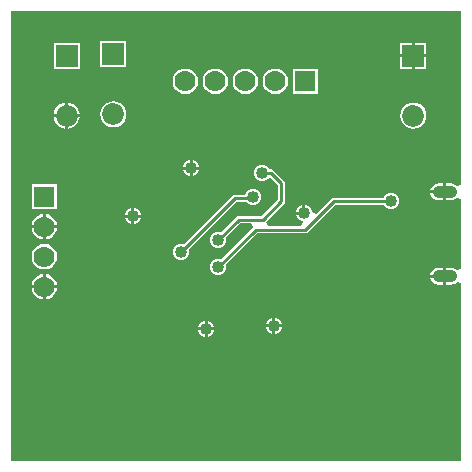
<source format=gbl>
%FSLAX25Y25*%
%MOIN*%
G70*
G01*
G75*
G04 Layer_Physical_Order=2*
G04 Layer_Color=16711680*
%ADD10R,0.05709X0.04528*%
%ADD11R,0.07480X0.06890*%
%ADD12R,0.05512X0.01575*%
%ADD13R,0.01100X0.05800*%
%ADD14R,0.05800X0.01100*%
%ADD15R,0.03937X0.08661*%
%ADD16R,0.12992X0.08661*%
%ADD17R,0.10000X0.06000*%
%ADD18R,0.03000X0.03000*%
%ADD19R,0.03000X0.03000*%
%ADD20R,0.06000X0.10000*%
%ADD21R,0.05000X0.04000*%
%ADD22C,0.01000*%
%ADD23C,0.02000*%
%ADD24C,0.02500*%
%ADD25C,0.00800*%
%ADD26R,0.20000X0.20000*%
%ADD27C,0.07284*%
%ADD28R,0.07284X0.07284*%
%ADD29O,0.08268X0.04134*%
%ADD30C,0.07000*%
%ADD31R,0.07000X0.07000*%
%ADD32R,0.07000X0.07000*%
%ADD33C,0.04000*%
G36*
X250000Y192050D02*
X248580Y191568D01*
X248540Y191619D01*
X247962Y192063D01*
X247289Y192341D01*
X246567Y192437D01*
X245000D01*
Y189646D01*
Y186855D01*
X246567D01*
X247289Y186950D01*
X247962Y187229D01*
X248540Y187672D01*
X248580Y187724D01*
X250000Y187241D01*
Y163900D01*
X248580Y163418D01*
X248540Y163470D01*
X247962Y163913D01*
X247289Y164192D01*
X246567Y164287D01*
X245000D01*
Y161496D01*
Y158705D01*
X246567D01*
X247289Y158800D01*
X247962Y159079D01*
X248540Y159523D01*
X248580Y159574D01*
X250000Y159092D01*
Y100000D01*
X100000D01*
Y250000D01*
X250000D01*
Y192050D01*
D02*
G37*
%LPC*%
G36*
X110500Y182170D02*
X109904Y182092D01*
X108882Y181669D01*
X108004Y180996D01*
X107331Y180118D01*
X106908Y179096D01*
X106830Y178500D01*
X110500D01*
Y182170D01*
D02*
G37*
G36*
X111500D02*
Y178500D01*
X115170D01*
X115092Y179096D01*
X114669Y180118D01*
X113996Y180996D01*
X113118Y181669D01*
X112096Y182092D01*
X111500Y182170D01*
D02*
G37*
G36*
X115170Y177500D02*
X111500D01*
Y173830D01*
X112096Y173908D01*
X113118Y174331D01*
X113996Y175004D01*
X114669Y175882D01*
X115092Y176904D01*
X115170Y177500D01*
D02*
G37*
G36*
X244000Y164287D02*
X242433D01*
X241711Y164192D01*
X241038Y163913D01*
X240460Y163470D01*
X240016Y162891D01*
X239737Y162218D01*
X239708Y161996D01*
X244000D01*
Y164287D01*
D02*
G37*
G36*
X111000Y172236D02*
X109904Y172092D01*
X108882Y171669D01*
X108004Y170995D01*
X107331Y170118D01*
X106908Y169096D01*
X106764Y168000D01*
X106908Y166904D01*
X107331Y165882D01*
X108004Y165005D01*
X108882Y164331D01*
X109904Y163908D01*
X111000Y163764D01*
X112096Y163908D01*
X113118Y164331D01*
X113996Y165005D01*
X114669Y165882D01*
X115092Y166904D01*
X115236Y168000D01*
X115092Y169096D01*
X114669Y170118D01*
X113996Y170995D01*
X113118Y171669D01*
X112096Y172092D01*
X111000Y172236D01*
D02*
G37*
G36*
X110500Y177500D02*
X106830D01*
X106908Y176904D01*
X107331Y175882D01*
X108004Y175004D01*
X108882Y174331D01*
X109904Y173908D01*
X110500Y173830D01*
Y177500D01*
D02*
G37*
G36*
X141000Y184158D02*
Y182000D01*
X143157D01*
X143131Y182205D01*
X142858Y182862D01*
X142426Y183426D01*
X141862Y183858D01*
X141205Y184131D01*
X141000Y184158D01*
D02*
G37*
G36*
X197000Y185158D02*
X196795Y185131D01*
X196138Y184858D01*
X195574Y184426D01*
X195142Y183862D01*
X194869Y183205D01*
X194843Y183000D01*
X197000D01*
Y185158D01*
D02*
G37*
G36*
X183500Y198723D02*
X182795Y198630D01*
X182138Y198358D01*
X181574Y197926D01*
X181142Y197362D01*
X180869Y196705D01*
X180777Y196000D01*
X180869Y195295D01*
X181142Y194638D01*
X181574Y194074D01*
X182138Y193642D01*
X182795Y193369D01*
X183500Y193277D01*
X184205Y193369D01*
X184862Y193642D01*
X185426Y194074D01*
X185426Y194074D01*
X185426Y194074D01*
X185426Y194074D01*
Y194074D01*
X186324Y194445D01*
X186324D01*
X188777Y191993D01*
Y187007D01*
X183363Y181593D01*
X175870D01*
X175401Y181500D01*
X175004Y181235D01*
X169843Y176073D01*
X169705Y176130D01*
X169000Y176223D01*
X168295Y176130D01*
X167638Y175858D01*
X167074Y175426D01*
X166642Y174862D01*
X166369Y174205D01*
X166277Y173500D01*
X166369Y172795D01*
X166642Y172138D01*
X167074Y171574D01*
X167638Y171142D01*
X168295Y170870D01*
X169000Y170777D01*
X169705Y170870D01*
X170362Y171142D01*
X170926Y171574D01*
X171358Y172138D01*
X171631Y172795D01*
X171723Y173500D01*
X171631Y174205D01*
X171573Y174343D01*
X176376Y179146D01*
X179779D01*
X180245Y178449D01*
X180530Y177760D01*
X169843Y167073D01*
X169705Y167130D01*
X169000Y167223D01*
X168295Y167130D01*
X167638Y166858D01*
X167074Y166426D01*
X166642Y165862D01*
X166369Y165205D01*
X166277Y164500D01*
X166369Y163795D01*
X166642Y163138D01*
X167074Y162574D01*
X167638Y162142D01*
X168295Y161870D01*
X169000Y161777D01*
X169705Y161870D01*
X170362Y162142D01*
X170926Y162574D01*
X171358Y163138D01*
X171631Y163795D01*
X171723Y164500D01*
X171631Y165205D01*
X171573Y165343D01*
X182007Y175777D01*
X198000D01*
X198468Y175870D01*
X198865Y176135D01*
X208007Y185276D01*
X224084D01*
X224142Y185138D01*
X224574Y184574D01*
X225138Y184142D01*
X225795Y183870D01*
X226500Y183777D01*
X227205Y183870D01*
X227862Y184142D01*
X228426Y184574D01*
X228858Y185138D01*
X229131Y185795D01*
X229223Y186500D01*
X229131Y187205D01*
X228858Y187862D01*
X228426Y188426D01*
X227862Y188858D01*
X227205Y189130D01*
X226500Y189223D01*
X225795Y189130D01*
X225138Y188858D01*
X224574Y188426D01*
X224142Y187862D01*
X224084Y187724D01*
X207500D01*
X207032Y187630D01*
X206635Y187365D01*
X201602Y182333D01*
X200182Y182815D01*
X200131Y183205D01*
X199858Y183862D01*
X199426Y184426D01*
X198862Y184858D01*
X198205Y185131D01*
X198000Y185158D01*
Y182500D01*
X197500D01*
Y182000D01*
X194843D01*
X194869Y181795D01*
X195142Y181138D01*
X195574Y180574D01*
X196138Y180142D01*
X196795Y179869D01*
X197185Y179818D01*
X197313Y179443D01*
X196439Y178224D01*
X185591D01*
X185125Y178921D01*
X184840Y179609D01*
X190865Y185635D01*
X191130Y186032D01*
X191224Y186500D01*
X191224Y186500D01*
X191224Y186500D01*
Y186500D01*
Y192500D01*
X191130Y192968D01*
X190865Y193365D01*
X187365Y196865D01*
X186968Y197130D01*
X186500Y197223D01*
X185916D01*
X185858Y197362D01*
X185426Y197926D01*
X184862Y198358D01*
X184205Y198630D01*
X183500Y198723D01*
D02*
G37*
G36*
X140000Y181000D02*
X137843D01*
X137870Y180795D01*
X138142Y180138D01*
X138574Y179574D01*
X139138Y179142D01*
X139795Y178869D01*
X140000Y178842D01*
Y181000D01*
D02*
G37*
G36*
X143157D02*
X141000D01*
Y178842D01*
X141205Y178869D01*
X141862Y179142D01*
X142426Y179574D01*
X142858Y180138D01*
X143131Y180795D01*
X143157Y181000D01*
D02*
G37*
G36*
X140000Y184158D02*
X139795Y184131D01*
X139138Y183858D01*
X138574Y183426D01*
X138142Y182862D01*
X137870Y182205D01*
X137843Y182000D01*
X140000D01*
Y184158D01*
D02*
G37*
G36*
X190157Y144500D02*
X188000D01*
Y142342D01*
X188205Y142369D01*
X188862Y142642D01*
X189426Y143074D01*
X189858Y143638D01*
X190130Y144295D01*
X190157Y144500D01*
D02*
G37*
G36*
X164500Y146658D02*
X164295Y146631D01*
X163638Y146358D01*
X163074Y145926D01*
X162642Y145362D01*
X162370Y144705D01*
X162343Y144500D01*
X164500D01*
Y146658D01*
D02*
G37*
G36*
X165500D02*
Y144500D01*
X167657D01*
X167631Y144705D01*
X167358Y145362D01*
X166926Y145926D01*
X166362Y146358D01*
X165705Y146631D01*
X165500Y146658D01*
D02*
G37*
G36*
X164500Y143500D02*
X162343D01*
X162370Y143295D01*
X162642Y142638D01*
X163074Y142074D01*
X163638Y141642D01*
X164295Y141369D01*
X164500Y141342D01*
Y143500D01*
D02*
G37*
G36*
X167657D02*
X165500D01*
Y141342D01*
X165705Y141369D01*
X166362Y141642D01*
X166926Y142074D01*
X167358Y142638D01*
X167631Y143295D01*
X167657Y143500D01*
D02*
G37*
G36*
X187000Y144500D02*
X184843D01*
X184870Y144295D01*
X185142Y143638D01*
X185574Y143074D01*
X186138Y142642D01*
X186795Y142369D01*
X187000Y142342D01*
Y144500D01*
D02*
G37*
G36*
Y147658D02*
X186795Y147631D01*
X186138Y147358D01*
X185574Y146926D01*
X185142Y146362D01*
X184870Y145705D01*
X184843Y145500D01*
X187000D01*
Y147658D01*
D02*
G37*
G36*
X110500Y162170D02*
X109904Y162092D01*
X108882Y161669D01*
X108004Y160995D01*
X107331Y160118D01*
X106908Y159096D01*
X106830Y158500D01*
X110500D01*
Y162170D01*
D02*
G37*
G36*
X111500D02*
Y158500D01*
X115170D01*
X115092Y159096D01*
X114669Y160118D01*
X113996Y160995D01*
X113118Y161669D01*
X112096Y162092D01*
X111500Y162170D01*
D02*
G37*
G36*
X244000Y160996D02*
X239708D01*
X239737Y160774D01*
X240016Y160101D01*
X240460Y159523D01*
X241038Y159079D01*
X241711Y158800D01*
X242433Y158705D01*
X244000D01*
Y160996D01*
D02*
G37*
G36*
X188000Y147658D02*
Y145500D01*
X190157D01*
X190130Y145705D01*
X189858Y146362D01*
X189426Y146926D01*
X188862Y147358D01*
X188205Y147631D01*
X188000Y147658D01*
D02*
G37*
G36*
X110500Y157500D02*
X106830D01*
X106908Y156904D01*
X107331Y155882D01*
X108004Y155005D01*
X108882Y154331D01*
X109904Y153908D01*
X110500Y153830D01*
Y157500D01*
D02*
G37*
G36*
X115170D02*
X111500D01*
Y153830D01*
X112096Y153908D01*
X113118Y154331D01*
X113996Y155005D01*
X114669Y155882D01*
X115092Y156904D01*
X115170Y157500D01*
D02*
G37*
G36*
X178000Y230736D02*
X176904Y230592D01*
X175882Y230169D01*
X175004Y229496D01*
X174331Y228618D01*
X173908Y227596D01*
X173764Y226500D01*
X173908Y225404D01*
X174331Y224382D01*
X175004Y223504D01*
X175882Y222831D01*
X176904Y222408D01*
X178000Y222264D01*
X179096Y222408D01*
X180118Y222831D01*
X180996Y223504D01*
X181669Y224382D01*
X182092Y225404D01*
X182236Y226500D01*
X182092Y227596D01*
X181669Y228618D01*
X180996Y229496D01*
X180118Y230169D01*
X179096Y230592D01*
X178000Y230736D01*
D02*
G37*
G36*
X188000Y230736D02*
X186904Y230592D01*
X185882Y230169D01*
X185004Y229496D01*
X184331Y228618D01*
X183908Y227596D01*
X183764Y226500D01*
X183908Y225404D01*
X184331Y224382D01*
X185004Y223505D01*
X185882Y222831D01*
X186904Y222408D01*
X188000Y222264D01*
X189096Y222408D01*
X190118Y222831D01*
X190996Y223505D01*
X191669Y224382D01*
X192092Y225404D01*
X192236Y226500D01*
X192092Y227596D01*
X191669Y228618D01*
X190996Y229496D01*
X190118Y230169D01*
X189096Y230592D01*
X188000Y230736D01*
D02*
G37*
G36*
X202200Y230700D02*
X193800D01*
Y222300D01*
X202200D01*
Y230700D01*
D02*
G37*
G36*
X119000Y219313D02*
Y215500D01*
X122813D01*
X122730Y216133D01*
X122292Y217190D01*
X121597Y218096D01*
X120690Y218793D01*
X119633Y219230D01*
X119000Y219313D01*
D02*
G37*
G36*
X158000Y230736D02*
X156904Y230592D01*
X155882Y230169D01*
X155005Y229495D01*
X154331Y228618D01*
X153908Y227596D01*
X153764Y226500D01*
X153908Y225403D01*
X154331Y224382D01*
X155005Y223504D01*
X155882Y222831D01*
X156904Y222408D01*
X158000Y222264D01*
X159096Y222408D01*
X160118Y222831D01*
X160995Y223504D01*
X161669Y224382D01*
X162092Y225403D01*
X162236Y226500D01*
X162092Y227596D01*
X161669Y228618D01*
X160995Y229495D01*
X160118Y230169D01*
X159096Y230592D01*
X158000Y230736D01*
D02*
G37*
G36*
X168000Y230736D02*
X166904Y230592D01*
X165882Y230169D01*
X165005Y229495D01*
X164331Y228618D01*
X163908Y227596D01*
X163764Y226500D01*
X163908Y225404D01*
X164331Y224382D01*
X165005Y223504D01*
X165882Y222831D01*
X166904Y222408D01*
X168000Y222264D01*
X169096Y222408D01*
X170118Y222831D01*
X170995Y223504D01*
X171669Y224382D01*
X172092Y225404D01*
X172236Y226500D01*
X172092Y227596D01*
X171669Y228618D01*
X170995Y229495D01*
X170118Y230169D01*
X169096Y230592D01*
X168000Y230736D01*
D02*
G37*
G36*
X138342Y239842D02*
X129658D01*
Y231158D01*
X138342D01*
Y239842D01*
D02*
G37*
G36*
X233500Y239342D02*
X229658D01*
Y235500D01*
X233500D01*
Y239342D01*
D02*
G37*
G36*
X238342D02*
X234500D01*
Y235500D01*
X238342D01*
Y239342D01*
D02*
G37*
G36*
X122842D02*
X114158D01*
Y230658D01*
X122842D01*
Y239342D01*
D02*
G37*
G36*
X233500Y234500D02*
X229658D01*
Y230658D01*
X233500D01*
Y234500D01*
D02*
G37*
G36*
X238342D02*
X234500D01*
Y230658D01*
X238342D01*
Y234500D01*
D02*
G37*
G36*
X118000Y219313D02*
X117367Y219230D01*
X116310Y218793D01*
X115403Y218096D01*
X114708Y217190D01*
X114270Y216133D01*
X114187Y215500D01*
X118000D01*
Y219313D01*
D02*
G37*
G36*
X244000Y192437D02*
X242433D01*
X241711Y192341D01*
X241038Y192063D01*
X240460Y191619D01*
X240016Y191041D01*
X239737Y190368D01*
X239708Y190146D01*
X244000D01*
Y192437D01*
D02*
G37*
G36*
X159500Y197000D02*
X157343D01*
X157369Y196795D01*
X157642Y196138D01*
X158074Y195574D01*
X158638Y195142D01*
X159295Y194869D01*
X159500Y194843D01*
Y197000D01*
D02*
G37*
G36*
X162657D02*
X160500D01*
Y194843D01*
X160705Y194869D01*
X161362Y195142D01*
X161926Y195574D01*
X162358Y196138D01*
X162630Y196795D01*
X162657Y197000D01*
D02*
G37*
G36*
X115200Y192200D02*
X106800D01*
Y183800D01*
X115200D01*
Y192200D01*
D02*
G37*
G36*
X180500Y190723D02*
X179795Y190630D01*
X179138Y190358D01*
X178574Y189926D01*
X178142Y189362D01*
X177877Y188724D01*
X174500D01*
X174032Y188630D01*
X173635Y188365D01*
X157343Y172073D01*
X157205Y172131D01*
X156500Y172223D01*
X155795Y172131D01*
X155138Y171858D01*
X154574Y171426D01*
X154142Y170862D01*
X153869Y170205D01*
X153777Y169500D01*
X153869Y168795D01*
X154142Y168138D01*
X154574Y167574D01*
X155138Y167142D01*
X155795Y166869D01*
X156500Y166777D01*
X157205Y166869D01*
X157862Y167142D01*
X158426Y167574D01*
X158858Y168138D01*
X159131Y168795D01*
X159223Y169500D01*
X159131Y170205D01*
X159073Y170343D01*
X175007Y186276D01*
X178419D01*
X178574Y186074D01*
X179138Y185642D01*
X179795Y185370D01*
X180500Y185277D01*
X181205Y185370D01*
X181862Y185642D01*
X182426Y186074D01*
X182858Y186638D01*
X183131Y187295D01*
X183223Y188000D01*
X183131Y188705D01*
X182858Y189362D01*
X182426Y189926D01*
X181862Y190358D01*
X181205Y190630D01*
X180500Y190723D01*
D02*
G37*
G36*
X244000Y189146D02*
X239708D01*
X239737Y188923D01*
X240016Y188250D01*
X240460Y187672D01*
X241038Y187229D01*
X241711Y186950D01*
X242433Y186855D01*
X244000D01*
Y189146D01*
D02*
G37*
G36*
X118000Y214500D02*
X114187D01*
X114270Y213867D01*
X114708Y212810D01*
X115403Y211904D01*
X116310Y211208D01*
X117367Y210770D01*
X118000Y210687D01*
Y214500D01*
D02*
G37*
G36*
X122813D02*
X119000D01*
Y210687D01*
X119633Y210770D01*
X120690Y211208D01*
X121597Y211904D01*
X122292Y212810D01*
X122730Y213867D01*
X122813Y214500D01*
D02*
G37*
G36*
X134000Y219879D02*
X132867Y219730D01*
X131810Y219292D01*
X130903Y218597D01*
X130208Y217690D01*
X129770Y216633D01*
X129621Y215500D01*
X129770Y214367D01*
X130208Y213310D01*
X130903Y212403D01*
X131810Y211707D01*
X132867Y211270D01*
X134000Y211121D01*
X135133Y211270D01*
X136190Y211707D01*
X137097Y212403D01*
X137793Y213310D01*
X138230Y214367D01*
X138379Y215500D01*
X138230Y216633D01*
X137793Y217690D01*
X137097Y218597D01*
X136190Y219292D01*
X135133Y219730D01*
X134000Y219879D01*
D02*
G37*
G36*
X159500Y200157D02*
X159295Y200131D01*
X158638Y199858D01*
X158074Y199426D01*
X157642Y198862D01*
X157369Y198205D01*
X157343Y198000D01*
X159500D01*
Y200157D01*
D02*
G37*
G36*
X160500D02*
Y198000D01*
X162657D01*
X162630Y198205D01*
X162358Y198862D01*
X161926Y199426D01*
X161362Y199858D01*
X160705Y200131D01*
X160500Y200157D01*
D02*
G37*
G36*
X234000Y219379D02*
X232867Y219230D01*
X231810Y218793D01*
X230904Y218096D01*
X230207Y217190D01*
X229770Y216133D01*
X229621Y215000D01*
X229770Y213867D01*
X230207Y212810D01*
X230904Y211904D01*
X231810Y211208D01*
X232867Y210770D01*
X234000Y210621D01*
X235133Y210770D01*
X236190Y211208D01*
X237097Y211904D01*
X237792Y212810D01*
X238230Y213867D01*
X238379Y215000D01*
X238230Y216133D01*
X237792Y217190D01*
X237097Y218096D01*
X236190Y218793D01*
X235133Y219230D01*
X234000Y219379D01*
D02*
G37*
%LPD*%
D22*
X156500Y169500D02*
X174500Y187500D01*
X179500D01*
X169000Y173500D02*
X175870Y180370D01*
X183870D01*
X190000Y186500D01*
Y192500D01*
X186500Y196000D02*
X190000Y192500D01*
X183500Y196000D02*
X186500D01*
X207500Y186500D02*
X226500D01*
X198000Y177000D02*
X207500Y186500D01*
X181500Y177000D02*
X198000D01*
X169000Y164500D02*
X181500Y177000D01*
D27*
X118500Y215000D02*
D03*
X134000Y215500D02*
D03*
X234000Y215000D02*
D03*
D28*
X118500Y235000D02*
D03*
X134000Y235500D02*
D03*
X234000Y235000D02*
D03*
D29*
X244500Y189646D02*
D03*
Y161496D02*
D03*
D30*
X158000Y226500D02*
D03*
X168000Y226500D02*
D03*
X188000Y226500D02*
D03*
X178000Y226500D02*
D03*
X111000Y158000D02*
D03*
X111000Y178000D02*
D03*
X111000Y168000D02*
D03*
D31*
X198000Y226500D02*
D03*
D32*
X111000Y188000D02*
D03*
D33*
X160000Y197500D02*
D03*
X140500Y181500D02*
D03*
X165000Y144000D02*
D03*
X187500Y145000D02*
D03*
X180500Y188000D02*
D03*
X156500Y169500D02*
D03*
X183500Y196000D02*
D03*
X197500Y182500D02*
D03*
X169000Y164500D02*
D03*
Y173500D02*
D03*
X226500Y186500D02*
D03*
M02*

</source>
